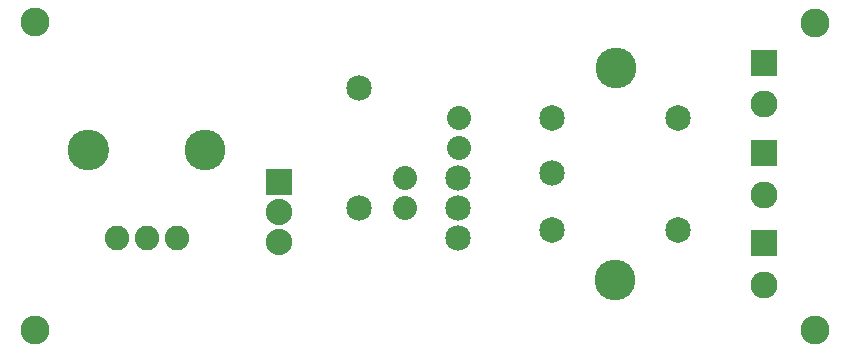
<source format=gbs>
G04 MADE WITH FRITZING*
G04 WWW.FRITZING.ORG*
G04 DOUBLE SIDED*
G04 HOLES PLATED*
G04 CONTOUR ON CENTER OF CONTOUR VECTOR*
%ASAXBY*%
%FSLAX23Y23*%
%MOIN*%
%OFA0B0*%
%SFA1.0B1.0*%
%ADD10C,0.085118*%
%ADD11C,0.084803*%
%ADD12C,0.135984*%
%ADD13C,0.085000*%
%ADD14C,0.090000*%
%ADD15C,0.080000*%
%ADD16C,0.081889*%
%ADD17C,0.081917*%
%ADD18C,0.134033*%
%ADD19C,0.088000*%
%ADD20C,0.096614*%
%ADD21R,0.090000X0.090000*%
%ADD22R,0.088000X0.088000*%
%LNMASK0*%
G90*
G70*
G54D10*
X2221Y785D03*
X1800Y785D03*
X1800Y411D03*
X2221Y411D03*
G54D11*
X1800Y603D03*
G54D12*
X2013Y951D03*
G54D13*
X1158Y885D03*
X1158Y485D03*
G54D12*
X2011Y246D03*
G54D14*
X2508Y367D03*
X2508Y229D03*
G54D13*
X1489Y586D03*
X1489Y486D03*
X1489Y386D03*
G54D15*
X1310Y486D03*
X1310Y586D03*
X1490Y685D03*
X1490Y786D03*
G54D16*
X351Y384D03*
X451Y384D03*
G54D17*
X551Y384D03*
G54D18*
X257Y679D03*
X645Y679D03*
G54D19*
X890Y571D03*
X890Y471D03*
X890Y371D03*
G54D14*
X2508Y968D03*
X2508Y830D03*
X2508Y667D03*
X2508Y529D03*
G54D12*
X256Y679D03*
X645Y679D03*
G54D20*
X77Y1104D03*
X78Y78D03*
X2678Y78D03*
X2678Y1103D03*
G54D21*
X2508Y367D03*
G54D22*
X890Y571D03*
G54D21*
X2508Y968D03*
X2508Y667D03*
G04 End of Mask0*
M02*
</source>
